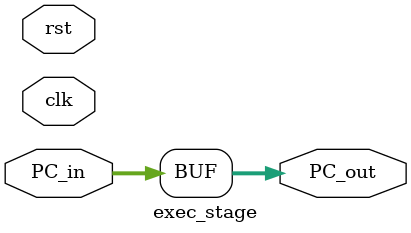
<source format=v>
module exec_stage (
  input clk, rst, 
  input [31:0] PC_in, 
  output[31:0] PC_out
);

assign   PC_out = PC_in;

endmodule

</source>
